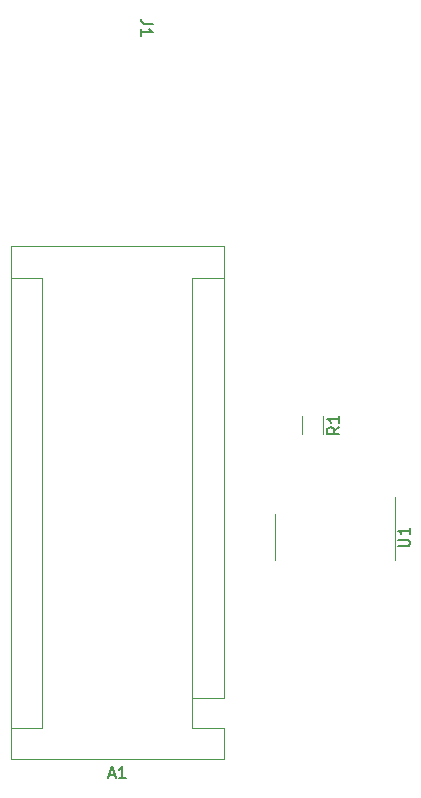
<source format=gbr>
%TF.GenerationSoftware,KiCad,Pcbnew,(6.0.7)*%
%TF.CreationDate,2022-11-27T12:30:44-05:00*%
%TF.ProjectId,single_layer_prototype,73696e67-6c65-45f6-9c61-7965725f7072,rev?*%
%TF.SameCoordinates,Original*%
%TF.FileFunction,Legend,Top*%
%TF.FilePolarity,Positive*%
%FSLAX46Y46*%
G04 Gerber Fmt 4.6, Leading zero omitted, Abs format (unit mm)*
G04 Created by KiCad (PCBNEW (6.0.7)) date 2022-11-27 12:30:44*
%MOMM*%
%LPD*%
G01*
G04 APERTURE LIST*
%ADD10C,0.150000*%
%ADD11C,0.120000*%
G04 APERTURE END LIST*
D10*
%TO.C,R1*%
X116950609Y-92456695D02*
X116474419Y-92790029D01*
X116950609Y-93028124D02*
X115950609Y-93028124D01*
X115950609Y-92647171D01*
X115998229Y-92551933D01*
X116045848Y-92504314D01*
X116141086Y-92456695D01*
X116283943Y-92456695D01*
X116379181Y-92504314D01*
X116426800Y-92551933D01*
X116474419Y-92647171D01*
X116474419Y-93028124D01*
X116950609Y-91504314D02*
X116950609Y-92075743D01*
X116950609Y-91790029D02*
X115950609Y-91790029D01*
X116093467Y-91885267D01*
X116188705Y-91980505D01*
X116236324Y-92075743D01*
%TO.C,J1*%
X101171648Y-58327095D02*
X100457362Y-58327095D01*
X100314505Y-58279476D01*
X100219267Y-58184238D01*
X100171648Y-58041381D01*
X100171648Y-57946143D01*
X100171648Y-59327095D02*
X100171648Y-58755667D01*
X100171648Y-59041381D02*
X101171648Y-59041381D01*
X101028790Y-58946143D01*
X100933552Y-58850905D01*
X100885933Y-58755667D01*
%TO.C,U1*%
X121935609Y-102551533D02*
X122745133Y-102551533D01*
X122840371Y-102503914D01*
X122887990Y-102456295D01*
X122935609Y-102361057D01*
X122935609Y-102170581D01*
X122887990Y-102075343D01*
X122840371Y-102027724D01*
X122745133Y-101980105D01*
X121935609Y-101980105D01*
X122935609Y-100980105D02*
X122935609Y-101551533D01*
X122935609Y-101265819D02*
X121935609Y-101265819D01*
X122078467Y-101361057D01*
X122173705Y-101456295D01*
X122221324Y-101551533D01*
%TO.C,A1*%
X97443943Y-121895295D02*
X97920133Y-121895295D01*
X97348705Y-122181009D02*
X97682038Y-121181009D01*
X98015371Y-122181009D01*
X98872514Y-122181009D02*
X98301086Y-122181009D01*
X98586800Y-122181009D02*
X98586800Y-121181009D01*
X98491562Y-121323867D01*
X98396324Y-121419105D01*
X98301086Y-121466724D01*
D11*
%TO.C,R1*%
X113768229Y-91562965D02*
X113768229Y-93017093D01*
X115588229Y-91562965D02*
X115588229Y-93017093D01*
%TO.C,U1*%
X121643229Y-101789629D02*
X121643229Y-98339629D01*
X111523229Y-101789629D02*
X111523229Y-99839629D01*
X121643229Y-101789629D02*
X121643229Y-103739629D01*
X111523229Y-101789629D02*
X111523229Y-103739629D01*
%TO.C,A1*%
X89138229Y-77148629D02*
X89138229Y-120588629D01*
X89138229Y-120588629D02*
X107178229Y-120588629D01*
X91808229Y-79818629D02*
X89138229Y-79818629D01*
X91808229Y-117918629D02*
X91808229Y-79818629D01*
X104508229Y-115378629D02*
X104508229Y-79818629D01*
X107178229Y-120588629D02*
X107178229Y-117918629D01*
X104508229Y-79818629D02*
X107178229Y-79818629D01*
X104508229Y-115378629D02*
X104508229Y-117918629D01*
X91808229Y-117918629D02*
X89138229Y-117918629D01*
X104508229Y-115378629D02*
X107178229Y-115378629D01*
X107178229Y-77148629D02*
X89138229Y-77148629D01*
X104508229Y-117918629D02*
X107178229Y-117918629D01*
X107178229Y-115378629D02*
X107178229Y-77148629D01*
%TD*%
M02*

</source>
